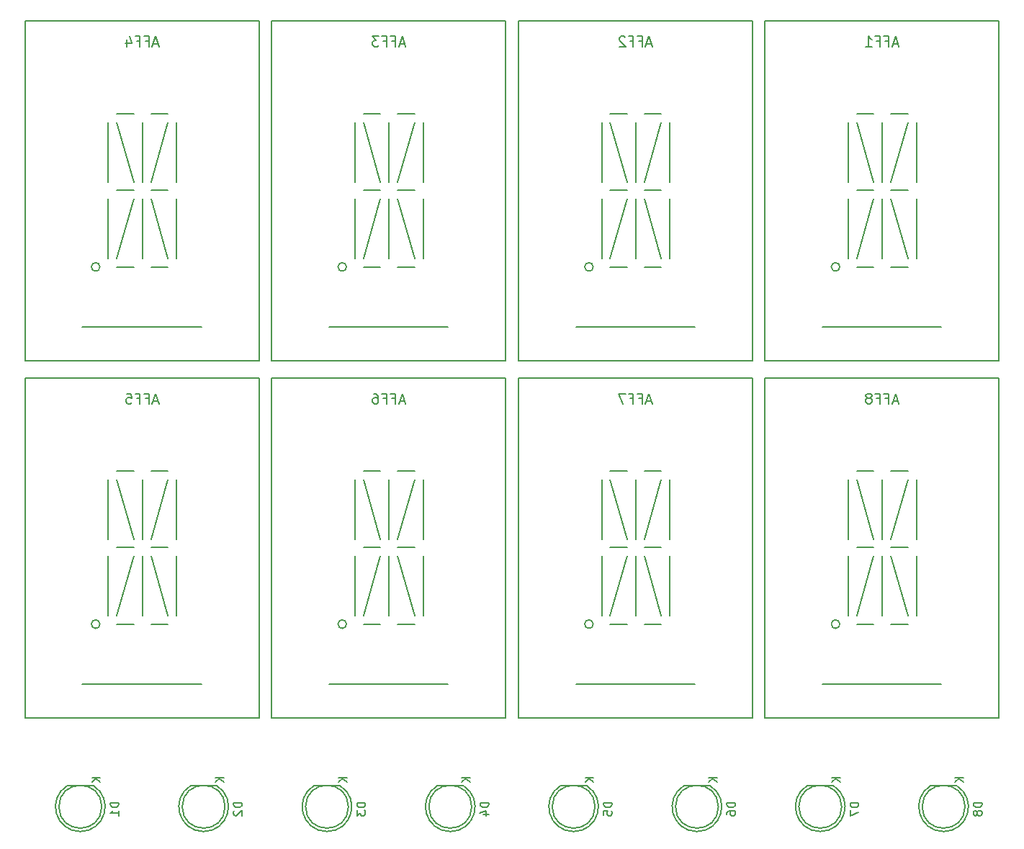
<source format=gbo>
G04 #@! TF.FileFunction,Legend,Bot*
%FSLAX46Y46*%
G04 Gerber Fmt 4.6, Leading zero omitted, Abs format (unit mm)*
G04 Created by KiCad (PCBNEW 4.0.2+dfsg1-stable) date So 19 Mär 2017 16:07:14 CET*
%MOMM*%
G01*
G04 APERTURE LIST*
%ADD10C,0.100000*%
%ADD11C,0.150000*%
G04 APERTURE END LIST*
D10*
D11*
X194500000Y-95000000D02*
X208500000Y-95000000D01*
X196550000Y-87950000D02*
G75*
G03X196550000Y-87950000I-500000J0D01*
G01*
X204550000Y-86950000D02*
X202550000Y-79950000D01*
X198550000Y-86950000D02*
X200550000Y-79950000D01*
X197550000Y-79950000D02*
X197550000Y-86950000D01*
X200550000Y-87950000D02*
X198550000Y-87950000D01*
X204550000Y-87950000D02*
X202550000Y-87950000D01*
X205550000Y-79950000D02*
X205550000Y-86950000D01*
X201550000Y-79950000D02*
X201550000Y-86950000D01*
X200550000Y-77950000D02*
X198550000Y-70950000D01*
X202550000Y-77950000D02*
X204550000Y-70950000D01*
X201550000Y-70950000D02*
X201550000Y-77950000D01*
X200550000Y-69950000D02*
X198550000Y-69950000D01*
X204550000Y-69950000D02*
X202550000Y-69950000D01*
X200550000Y-78950000D02*
X198550000Y-78950000D01*
X204550000Y-78950000D02*
X202550000Y-78950000D01*
X197550000Y-70950000D02*
X197550000Y-77950000D01*
X205550000Y-70950000D02*
X205550000Y-77950000D01*
X215250000Y-59000000D02*
X215250000Y-99000000D01*
X215250000Y-99000000D02*
X187750000Y-99000000D01*
X187750000Y-99000000D02*
X187750000Y-59000000D01*
X187750000Y-59000000D02*
X215250000Y-59000000D01*
X108774904Y-148934912D02*
G75*
G02X105750000Y-148919800I-1524904J-2484888D01*
G01*
X108750000Y-148919800D02*
X105750000Y-148919800D01*
X109767936Y-151419800D02*
G75*
G03X109767936Y-151419800I-2517936J0D01*
G01*
X123274903Y-148934912D02*
G75*
G02X120249999Y-148919800I-1524904J-2484888D01*
G01*
X123249999Y-148919800D02*
X120249999Y-148919800D01*
X124267935Y-151419800D02*
G75*
G03X124267935Y-151419800I-2517936J0D01*
G01*
X137774902Y-148934912D02*
G75*
G02X134749998Y-148919800I-1524904J-2484888D01*
G01*
X137749998Y-148919800D02*
X134749998Y-148919800D01*
X138767934Y-151419800D02*
G75*
G03X138767934Y-151419800I-2517936J0D01*
G01*
X152274901Y-148934912D02*
G75*
G02X149249997Y-148919800I-1524904J-2484888D01*
G01*
X152249997Y-148919800D02*
X149249997Y-148919800D01*
X153267933Y-151419800D02*
G75*
G03X153267933Y-151419800I-2517936J0D01*
G01*
X166774900Y-148934912D02*
G75*
G02X163749996Y-148919800I-1524904J-2484888D01*
G01*
X166749996Y-148919800D02*
X163749996Y-148919800D01*
X167767932Y-151419800D02*
G75*
G03X167767932Y-151419800I-2517936J0D01*
G01*
X181274899Y-148934912D02*
G75*
G02X178249995Y-148919800I-1524904J-2484888D01*
G01*
X181249995Y-148919800D02*
X178249995Y-148919800D01*
X182267931Y-151419800D02*
G75*
G03X182267931Y-151419800I-2517936J0D01*
G01*
X195774898Y-148934912D02*
G75*
G02X192749994Y-148919800I-1524904J-2484888D01*
G01*
X195749994Y-148919800D02*
X192749994Y-148919800D01*
X196767930Y-151419800D02*
G75*
G03X196767930Y-151419800I-2517936J0D01*
G01*
X210274897Y-148934912D02*
G75*
G02X207249993Y-148919800I-1524904J-2484888D01*
G01*
X210249993Y-148919800D02*
X207249993Y-148919800D01*
X211267929Y-151419800D02*
G75*
G03X211267929Y-151419800I-2517936J0D01*
G01*
X136500000Y-95000000D02*
X150500000Y-95000000D01*
X138550000Y-87950000D02*
G75*
G03X138550000Y-87950000I-500000J0D01*
G01*
X146550000Y-86950000D02*
X144550000Y-79950000D01*
X140550000Y-86950000D02*
X142550000Y-79950000D01*
X139550000Y-79950000D02*
X139550000Y-86950000D01*
X142550000Y-87950000D02*
X140550000Y-87950000D01*
X146550000Y-87950000D02*
X144550000Y-87950000D01*
X147550000Y-79950000D02*
X147550000Y-86950000D01*
X143550000Y-79950000D02*
X143550000Y-86950000D01*
X142550000Y-77950000D02*
X140550000Y-70950000D01*
X144550000Y-77950000D02*
X146550000Y-70950000D01*
X143550000Y-70950000D02*
X143550000Y-77950000D01*
X142550000Y-69950000D02*
X140550000Y-69950000D01*
X146550000Y-69950000D02*
X144550000Y-69950000D01*
X142550000Y-78950000D02*
X140550000Y-78950000D01*
X146550000Y-78950000D02*
X144550000Y-78950000D01*
X139550000Y-70950000D02*
X139550000Y-77950000D01*
X147550000Y-70950000D02*
X147550000Y-77950000D01*
X157250000Y-59000000D02*
X157250000Y-99000000D01*
X157250000Y-99000000D02*
X129750000Y-99000000D01*
X129750000Y-99000000D02*
X129750000Y-59000000D01*
X129750000Y-59000000D02*
X157250000Y-59000000D01*
X194500000Y-137000000D02*
X208500000Y-137000000D01*
X196550000Y-129950000D02*
G75*
G03X196550000Y-129950000I-500000J0D01*
G01*
X204550000Y-128950000D02*
X202550000Y-121950000D01*
X198550000Y-128950000D02*
X200550000Y-121950000D01*
X197550000Y-121950000D02*
X197550000Y-128950000D01*
X200550000Y-129950000D02*
X198550000Y-129950000D01*
X204550000Y-129950000D02*
X202550000Y-129950000D01*
X205550000Y-121950000D02*
X205550000Y-128950000D01*
X201550000Y-121950000D02*
X201550000Y-128950000D01*
X200550000Y-119950000D02*
X198550000Y-112950000D01*
X202550000Y-119950000D02*
X204550000Y-112950000D01*
X201550000Y-112950000D02*
X201550000Y-119950000D01*
X200550000Y-111950000D02*
X198550000Y-111950000D01*
X204550000Y-111950000D02*
X202550000Y-111950000D01*
X200550000Y-120950000D02*
X198550000Y-120950000D01*
X204550000Y-120950000D02*
X202550000Y-120950000D01*
X197550000Y-112950000D02*
X197550000Y-119950000D01*
X205550000Y-112950000D02*
X205550000Y-119950000D01*
X215250000Y-101000000D02*
X215250000Y-141000000D01*
X215250000Y-141000000D02*
X187750000Y-141000000D01*
X187750000Y-141000000D02*
X187750000Y-101000000D01*
X187750000Y-101000000D02*
X215250000Y-101000000D01*
X165500000Y-137000000D02*
X179500000Y-137000000D01*
X167550000Y-129950000D02*
G75*
G03X167550000Y-129950000I-500000J0D01*
G01*
X175550000Y-128950000D02*
X173550000Y-121950000D01*
X169550000Y-128950000D02*
X171550000Y-121950000D01*
X168550000Y-121950000D02*
X168550000Y-128950000D01*
X171550000Y-129950000D02*
X169550000Y-129950000D01*
X175550000Y-129950000D02*
X173550000Y-129950000D01*
X176550000Y-121950000D02*
X176550000Y-128950000D01*
X172550000Y-121950000D02*
X172550000Y-128950000D01*
X171550000Y-119950000D02*
X169550000Y-112950000D01*
X173550000Y-119950000D02*
X175550000Y-112950000D01*
X172550000Y-112950000D02*
X172550000Y-119950000D01*
X171550000Y-111950000D02*
X169550000Y-111950000D01*
X175550000Y-111950000D02*
X173550000Y-111950000D01*
X171550000Y-120950000D02*
X169550000Y-120950000D01*
X175550000Y-120950000D02*
X173550000Y-120950000D01*
X168550000Y-112950000D02*
X168550000Y-119950000D01*
X176550000Y-112950000D02*
X176550000Y-119950000D01*
X186250000Y-101000000D02*
X186250000Y-141000000D01*
X186250000Y-141000000D02*
X158750000Y-141000000D01*
X158750000Y-141000000D02*
X158750000Y-101000000D01*
X158750000Y-101000000D02*
X186250000Y-101000000D01*
X136500000Y-137000000D02*
X150500000Y-137000000D01*
X138550000Y-129950000D02*
G75*
G03X138550000Y-129950000I-500000J0D01*
G01*
X146550000Y-128950000D02*
X144550000Y-121950000D01*
X140550000Y-128950000D02*
X142550000Y-121950000D01*
X139550000Y-121950000D02*
X139550000Y-128950000D01*
X142550000Y-129950000D02*
X140550000Y-129950000D01*
X146550000Y-129950000D02*
X144550000Y-129950000D01*
X147550000Y-121950000D02*
X147550000Y-128950000D01*
X143550000Y-121950000D02*
X143550000Y-128950000D01*
X142550000Y-119950000D02*
X140550000Y-112950000D01*
X144550000Y-119950000D02*
X146550000Y-112950000D01*
X143550000Y-112950000D02*
X143550000Y-119950000D01*
X142550000Y-111950000D02*
X140550000Y-111950000D01*
X146550000Y-111950000D02*
X144550000Y-111950000D01*
X142550000Y-120950000D02*
X140550000Y-120950000D01*
X146550000Y-120950000D02*
X144550000Y-120950000D01*
X139550000Y-112950000D02*
X139550000Y-119950000D01*
X147550000Y-112950000D02*
X147550000Y-119950000D01*
X157250000Y-101000000D02*
X157250000Y-141000000D01*
X157250000Y-141000000D02*
X129750000Y-141000000D01*
X129750000Y-141000000D02*
X129750000Y-101000000D01*
X129750000Y-101000000D02*
X157250000Y-101000000D01*
X107500000Y-137000000D02*
X121500000Y-137000000D01*
X109550000Y-129950000D02*
G75*
G03X109550000Y-129950000I-500000J0D01*
G01*
X117550000Y-128950000D02*
X115550000Y-121950000D01*
X111550000Y-128950000D02*
X113550000Y-121950000D01*
X110550000Y-121950000D02*
X110550000Y-128950000D01*
X113550000Y-129950000D02*
X111550000Y-129950000D01*
X117550000Y-129950000D02*
X115550000Y-129950000D01*
X118550000Y-121950000D02*
X118550000Y-128950000D01*
X114550000Y-121950000D02*
X114550000Y-128950000D01*
X113550000Y-119950000D02*
X111550000Y-112950000D01*
X115550000Y-119950000D02*
X117550000Y-112950000D01*
X114550000Y-112950000D02*
X114550000Y-119950000D01*
X113550000Y-111950000D02*
X111550000Y-111950000D01*
X117550000Y-111950000D02*
X115550000Y-111950000D01*
X113550000Y-120950000D02*
X111550000Y-120950000D01*
X117550000Y-120950000D02*
X115550000Y-120950000D01*
X110550000Y-112950000D02*
X110550000Y-119950000D01*
X118550000Y-112950000D02*
X118550000Y-119950000D01*
X128250000Y-101000000D02*
X128250000Y-141000000D01*
X128250000Y-141000000D02*
X100750000Y-141000000D01*
X100750000Y-141000000D02*
X100750000Y-101000000D01*
X100750000Y-101000000D02*
X128250000Y-101000000D01*
X107500000Y-95000000D02*
X121500000Y-95000000D01*
X109550000Y-87950000D02*
G75*
G03X109550000Y-87950000I-500000J0D01*
G01*
X117550000Y-86950000D02*
X115550000Y-79950000D01*
X111550000Y-86950000D02*
X113550000Y-79950000D01*
X110550000Y-79950000D02*
X110550000Y-86950000D01*
X113550000Y-87950000D02*
X111550000Y-87950000D01*
X117550000Y-87950000D02*
X115550000Y-87950000D01*
X118550000Y-79950000D02*
X118550000Y-86950000D01*
X114550000Y-79950000D02*
X114550000Y-86950000D01*
X113550000Y-77950000D02*
X111550000Y-70950000D01*
X115550000Y-77950000D02*
X117550000Y-70950000D01*
X114550000Y-70950000D02*
X114550000Y-77950000D01*
X113550000Y-69950000D02*
X111550000Y-69950000D01*
X117550000Y-69950000D02*
X115550000Y-69950000D01*
X113550000Y-78950000D02*
X111550000Y-78950000D01*
X117550000Y-78950000D02*
X115550000Y-78950000D01*
X110550000Y-70950000D02*
X110550000Y-77950000D01*
X118550000Y-70950000D02*
X118550000Y-77950000D01*
X128250000Y-59000000D02*
X128250000Y-99000000D01*
X128250000Y-99000000D02*
X100750000Y-99000000D01*
X100750000Y-99000000D02*
X100750000Y-59000000D01*
X100750000Y-59000000D02*
X128250000Y-59000000D01*
X165500000Y-95000000D02*
X179500000Y-95000000D01*
X167550000Y-87950000D02*
G75*
G03X167550000Y-87950000I-500000J0D01*
G01*
X175550000Y-86950000D02*
X173550000Y-79950000D01*
X169550000Y-86950000D02*
X171550000Y-79950000D01*
X168550000Y-79950000D02*
X168550000Y-86950000D01*
X171550000Y-87950000D02*
X169550000Y-87950000D01*
X175550000Y-87950000D02*
X173550000Y-87950000D01*
X176550000Y-79950000D02*
X176550000Y-86950000D01*
X172550000Y-79950000D02*
X172550000Y-86950000D01*
X171550000Y-77950000D02*
X169550000Y-70950000D01*
X173550000Y-77950000D02*
X175550000Y-70950000D01*
X172550000Y-70950000D02*
X172550000Y-77950000D01*
X171550000Y-69950000D02*
X169550000Y-69950000D01*
X175550000Y-69950000D02*
X173550000Y-69950000D01*
X171550000Y-78950000D02*
X169550000Y-78950000D01*
X175550000Y-78950000D02*
X173550000Y-78950000D01*
X168550000Y-70950000D02*
X168550000Y-77950000D01*
X176550000Y-70950000D02*
X176550000Y-77950000D01*
X186250000Y-59000000D02*
X186250000Y-99000000D01*
X186250000Y-99000000D02*
X158750000Y-99000000D01*
X158750000Y-99000000D02*
X158750000Y-59000000D01*
X158750000Y-59000000D02*
X186250000Y-59000000D01*
X203385714Y-61700000D02*
X202814285Y-61700000D01*
X203499999Y-62042857D02*
X203099999Y-60842857D01*
X202699999Y-62042857D01*
X201900000Y-61414286D02*
X202300000Y-61414286D01*
X202300000Y-62042857D02*
X202300000Y-60842857D01*
X201728571Y-60842857D01*
X200871429Y-61414286D02*
X201271429Y-61414286D01*
X201271429Y-62042857D02*
X201271429Y-60842857D01*
X200700000Y-60842857D01*
X199614286Y-62042857D02*
X200300001Y-62042857D01*
X199957143Y-62042857D02*
X199957143Y-60842857D01*
X200071429Y-61014286D01*
X200185715Y-61128571D01*
X200300001Y-61185714D01*
X111766381Y-150935705D02*
X110766381Y-150935705D01*
X110766381Y-151173800D01*
X110814000Y-151316658D01*
X110909238Y-151411896D01*
X111004476Y-151459515D01*
X111194952Y-151507134D01*
X111337810Y-151507134D01*
X111528286Y-151459515D01*
X111623524Y-151411896D01*
X111718762Y-151316658D01*
X111766381Y-151173800D01*
X111766381Y-150935705D01*
X111766381Y-152459515D02*
X111766381Y-151888086D01*
X111766381Y-152173800D02*
X110766381Y-152173800D01*
X110909238Y-152078562D01*
X111004476Y-151983324D01*
X111052095Y-151888086D01*
X109607381Y-147982895D02*
X108607381Y-147982895D01*
X109607381Y-148554324D02*
X109035952Y-148125752D01*
X108607381Y-148554324D02*
X109178810Y-147982895D01*
X126266380Y-150935705D02*
X125266380Y-150935705D01*
X125266380Y-151173800D01*
X125313999Y-151316658D01*
X125409237Y-151411896D01*
X125504475Y-151459515D01*
X125694951Y-151507134D01*
X125837809Y-151507134D01*
X126028285Y-151459515D01*
X126123523Y-151411896D01*
X126218761Y-151316658D01*
X126266380Y-151173800D01*
X126266380Y-150935705D01*
X125361618Y-151888086D02*
X125313999Y-151935705D01*
X125266380Y-152030943D01*
X125266380Y-152269039D01*
X125313999Y-152364277D01*
X125361618Y-152411896D01*
X125456856Y-152459515D01*
X125552094Y-152459515D01*
X125694951Y-152411896D01*
X126266380Y-151840467D01*
X126266380Y-152459515D01*
X124107380Y-147982895D02*
X123107380Y-147982895D01*
X124107380Y-148554324D02*
X123535951Y-148125752D01*
X123107380Y-148554324D02*
X123678809Y-147982895D01*
X140766379Y-150935705D02*
X139766379Y-150935705D01*
X139766379Y-151173800D01*
X139813998Y-151316658D01*
X139909236Y-151411896D01*
X140004474Y-151459515D01*
X140194950Y-151507134D01*
X140337808Y-151507134D01*
X140528284Y-151459515D01*
X140623522Y-151411896D01*
X140718760Y-151316658D01*
X140766379Y-151173800D01*
X140766379Y-150935705D01*
X139766379Y-151840467D02*
X139766379Y-152459515D01*
X140147331Y-152126181D01*
X140147331Y-152269039D01*
X140194950Y-152364277D01*
X140242569Y-152411896D01*
X140337808Y-152459515D01*
X140575903Y-152459515D01*
X140671141Y-152411896D01*
X140718760Y-152364277D01*
X140766379Y-152269039D01*
X140766379Y-151983324D01*
X140718760Y-151888086D01*
X140671141Y-151840467D01*
X138607379Y-147982895D02*
X137607379Y-147982895D01*
X138607379Y-148554324D02*
X138035950Y-148125752D01*
X137607379Y-148554324D02*
X138178808Y-147982895D01*
X155266378Y-150935705D02*
X154266378Y-150935705D01*
X154266378Y-151173800D01*
X154313997Y-151316658D01*
X154409235Y-151411896D01*
X154504473Y-151459515D01*
X154694949Y-151507134D01*
X154837807Y-151507134D01*
X155028283Y-151459515D01*
X155123521Y-151411896D01*
X155218759Y-151316658D01*
X155266378Y-151173800D01*
X155266378Y-150935705D01*
X154599711Y-152364277D02*
X155266378Y-152364277D01*
X154218759Y-152126181D02*
X154933045Y-151888086D01*
X154933045Y-152507134D01*
X153107378Y-147982895D02*
X152107378Y-147982895D01*
X153107378Y-148554324D02*
X152535949Y-148125752D01*
X152107378Y-148554324D02*
X152678807Y-147982895D01*
X169766377Y-150935705D02*
X168766377Y-150935705D01*
X168766377Y-151173800D01*
X168813996Y-151316658D01*
X168909234Y-151411896D01*
X169004472Y-151459515D01*
X169194948Y-151507134D01*
X169337806Y-151507134D01*
X169528282Y-151459515D01*
X169623520Y-151411896D01*
X169718758Y-151316658D01*
X169766377Y-151173800D01*
X169766377Y-150935705D01*
X168766377Y-152411896D02*
X168766377Y-151935705D01*
X169242567Y-151888086D01*
X169194948Y-151935705D01*
X169147329Y-152030943D01*
X169147329Y-152269039D01*
X169194948Y-152364277D01*
X169242567Y-152411896D01*
X169337806Y-152459515D01*
X169575901Y-152459515D01*
X169671139Y-152411896D01*
X169718758Y-152364277D01*
X169766377Y-152269039D01*
X169766377Y-152030943D01*
X169718758Y-151935705D01*
X169671139Y-151888086D01*
X167607377Y-147982895D02*
X166607377Y-147982895D01*
X167607377Y-148554324D02*
X167035948Y-148125752D01*
X166607377Y-148554324D02*
X167178806Y-147982895D01*
X184266376Y-150935705D02*
X183266376Y-150935705D01*
X183266376Y-151173800D01*
X183313995Y-151316658D01*
X183409233Y-151411896D01*
X183504471Y-151459515D01*
X183694947Y-151507134D01*
X183837805Y-151507134D01*
X184028281Y-151459515D01*
X184123519Y-151411896D01*
X184218757Y-151316658D01*
X184266376Y-151173800D01*
X184266376Y-150935705D01*
X183266376Y-152364277D02*
X183266376Y-152173800D01*
X183313995Y-152078562D01*
X183361614Y-152030943D01*
X183504471Y-151935705D01*
X183694947Y-151888086D01*
X184075900Y-151888086D01*
X184171138Y-151935705D01*
X184218757Y-151983324D01*
X184266376Y-152078562D01*
X184266376Y-152269039D01*
X184218757Y-152364277D01*
X184171138Y-152411896D01*
X184075900Y-152459515D01*
X183837805Y-152459515D01*
X183742566Y-152411896D01*
X183694947Y-152364277D01*
X183647328Y-152269039D01*
X183647328Y-152078562D01*
X183694947Y-151983324D01*
X183742566Y-151935705D01*
X183837805Y-151888086D01*
X182107376Y-147982895D02*
X181107376Y-147982895D01*
X182107376Y-148554324D02*
X181535947Y-148125752D01*
X181107376Y-148554324D02*
X181678805Y-147982895D01*
X198766375Y-150935705D02*
X197766375Y-150935705D01*
X197766375Y-151173800D01*
X197813994Y-151316658D01*
X197909232Y-151411896D01*
X198004470Y-151459515D01*
X198194946Y-151507134D01*
X198337804Y-151507134D01*
X198528280Y-151459515D01*
X198623518Y-151411896D01*
X198718756Y-151316658D01*
X198766375Y-151173800D01*
X198766375Y-150935705D01*
X197766375Y-151840467D02*
X197766375Y-152507134D01*
X198766375Y-152078562D01*
X196607375Y-147982895D02*
X195607375Y-147982895D01*
X196607375Y-148554324D02*
X196035946Y-148125752D01*
X195607375Y-148554324D02*
X196178804Y-147982895D01*
X213266374Y-150935705D02*
X212266374Y-150935705D01*
X212266374Y-151173800D01*
X212313993Y-151316658D01*
X212409231Y-151411896D01*
X212504469Y-151459515D01*
X212694945Y-151507134D01*
X212837803Y-151507134D01*
X213028279Y-151459515D01*
X213123517Y-151411896D01*
X213218755Y-151316658D01*
X213266374Y-151173800D01*
X213266374Y-150935705D01*
X212694945Y-152078562D02*
X212647326Y-151983324D01*
X212599707Y-151935705D01*
X212504469Y-151888086D01*
X212456850Y-151888086D01*
X212361612Y-151935705D01*
X212313993Y-151983324D01*
X212266374Y-152078562D01*
X212266374Y-152269039D01*
X212313993Y-152364277D01*
X212361612Y-152411896D01*
X212456850Y-152459515D01*
X212504469Y-152459515D01*
X212599707Y-152411896D01*
X212647326Y-152364277D01*
X212694945Y-152269039D01*
X212694945Y-152078562D01*
X212742564Y-151983324D01*
X212790183Y-151935705D01*
X212885422Y-151888086D01*
X213075898Y-151888086D01*
X213171136Y-151935705D01*
X213218755Y-151983324D01*
X213266374Y-152078562D01*
X213266374Y-152269039D01*
X213218755Y-152364277D01*
X213171136Y-152411896D01*
X213075898Y-152459515D01*
X212885422Y-152459515D01*
X212790183Y-152411896D01*
X212742564Y-152364277D01*
X212694945Y-152269039D01*
X211107374Y-147982895D02*
X210107374Y-147982895D01*
X211107374Y-148554324D02*
X210535945Y-148125752D01*
X210107374Y-148554324D02*
X210678803Y-147982895D01*
X145385714Y-61700000D02*
X144814285Y-61700000D01*
X145499999Y-62042857D02*
X145099999Y-60842857D01*
X144699999Y-62042857D01*
X143900000Y-61414286D02*
X144300000Y-61414286D01*
X144300000Y-62042857D02*
X144300000Y-60842857D01*
X143728571Y-60842857D01*
X142871429Y-61414286D02*
X143271429Y-61414286D01*
X143271429Y-62042857D02*
X143271429Y-60842857D01*
X142700000Y-60842857D01*
X142357143Y-60842857D02*
X141614286Y-60842857D01*
X142014286Y-61300000D01*
X141842858Y-61300000D01*
X141728572Y-61357143D01*
X141671429Y-61414286D01*
X141614286Y-61528571D01*
X141614286Y-61814286D01*
X141671429Y-61928571D01*
X141728572Y-61985714D01*
X141842858Y-62042857D01*
X142185715Y-62042857D01*
X142300001Y-61985714D01*
X142357143Y-61928571D01*
X203385714Y-103700000D02*
X202814285Y-103700000D01*
X203499999Y-104042857D02*
X203099999Y-102842857D01*
X202699999Y-104042857D01*
X201900000Y-103414286D02*
X202300000Y-103414286D01*
X202300000Y-104042857D02*
X202300000Y-102842857D01*
X201728571Y-102842857D01*
X200871429Y-103414286D02*
X201271429Y-103414286D01*
X201271429Y-104042857D02*
X201271429Y-102842857D01*
X200700000Y-102842857D01*
X200071429Y-103357143D02*
X200185715Y-103300000D01*
X200242858Y-103242857D01*
X200300001Y-103128571D01*
X200300001Y-103071429D01*
X200242858Y-102957143D01*
X200185715Y-102900000D01*
X200071429Y-102842857D01*
X199842858Y-102842857D01*
X199728572Y-102900000D01*
X199671429Y-102957143D01*
X199614286Y-103071429D01*
X199614286Y-103128571D01*
X199671429Y-103242857D01*
X199728572Y-103300000D01*
X199842858Y-103357143D01*
X200071429Y-103357143D01*
X200185715Y-103414286D01*
X200242858Y-103471429D01*
X200300001Y-103585714D01*
X200300001Y-103814286D01*
X200242858Y-103928571D01*
X200185715Y-103985714D01*
X200071429Y-104042857D01*
X199842858Y-104042857D01*
X199728572Y-103985714D01*
X199671429Y-103928571D01*
X199614286Y-103814286D01*
X199614286Y-103585714D01*
X199671429Y-103471429D01*
X199728572Y-103414286D01*
X199842858Y-103357143D01*
X174385714Y-103700000D02*
X173814285Y-103700000D01*
X174499999Y-104042857D02*
X174099999Y-102842857D01*
X173699999Y-104042857D01*
X172900000Y-103414286D02*
X173300000Y-103414286D01*
X173300000Y-104042857D02*
X173300000Y-102842857D01*
X172728571Y-102842857D01*
X171871429Y-103414286D02*
X172271429Y-103414286D01*
X172271429Y-104042857D02*
X172271429Y-102842857D01*
X171700000Y-102842857D01*
X171357143Y-102842857D02*
X170557143Y-102842857D01*
X171071429Y-104042857D01*
X145385714Y-103700000D02*
X144814285Y-103700000D01*
X145499999Y-104042857D02*
X145099999Y-102842857D01*
X144699999Y-104042857D01*
X143900000Y-103414286D02*
X144300000Y-103414286D01*
X144300000Y-104042857D02*
X144300000Y-102842857D01*
X143728571Y-102842857D01*
X142871429Y-103414286D02*
X143271429Y-103414286D01*
X143271429Y-104042857D02*
X143271429Y-102842857D01*
X142700000Y-102842857D01*
X141728572Y-102842857D02*
X141957143Y-102842857D01*
X142071429Y-102900000D01*
X142128572Y-102957143D01*
X142242858Y-103128571D01*
X142300001Y-103357143D01*
X142300001Y-103814286D01*
X142242858Y-103928571D01*
X142185715Y-103985714D01*
X142071429Y-104042857D01*
X141842858Y-104042857D01*
X141728572Y-103985714D01*
X141671429Y-103928571D01*
X141614286Y-103814286D01*
X141614286Y-103528571D01*
X141671429Y-103414286D01*
X141728572Y-103357143D01*
X141842858Y-103300000D01*
X142071429Y-103300000D01*
X142185715Y-103357143D01*
X142242858Y-103414286D01*
X142300001Y-103528571D01*
X116385714Y-103700000D02*
X115814285Y-103700000D01*
X116499999Y-104042857D02*
X116099999Y-102842857D01*
X115699999Y-104042857D01*
X114900000Y-103414286D02*
X115300000Y-103414286D01*
X115300000Y-104042857D02*
X115300000Y-102842857D01*
X114728571Y-102842857D01*
X113871429Y-103414286D02*
X114271429Y-103414286D01*
X114271429Y-104042857D02*
X114271429Y-102842857D01*
X113700000Y-102842857D01*
X112671429Y-102842857D02*
X113242858Y-102842857D01*
X113300001Y-103414286D01*
X113242858Y-103357143D01*
X113128572Y-103300000D01*
X112842858Y-103300000D01*
X112728572Y-103357143D01*
X112671429Y-103414286D01*
X112614286Y-103528571D01*
X112614286Y-103814286D01*
X112671429Y-103928571D01*
X112728572Y-103985714D01*
X112842858Y-104042857D01*
X113128572Y-104042857D01*
X113242858Y-103985714D01*
X113300001Y-103928571D01*
X116385714Y-61700000D02*
X115814285Y-61700000D01*
X116499999Y-62042857D02*
X116099999Y-60842857D01*
X115699999Y-62042857D01*
X114900000Y-61414286D02*
X115300000Y-61414286D01*
X115300000Y-62042857D02*
X115300000Y-60842857D01*
X114728571Y-60842857D01*
X113871429Y-61414286D02*
X114271429Y-61414286D01*
X114271429Y-62042857D02*
X114271429Y-60842857D01*
X113700000Y-60842857D01*
X112728572Y-61242857D02*
X112728572Y-62042857D01*
X113014286Y-60785714D02*
X113300001Y-61642857D01*
X112557143Y-61642857D01*
X174385714Y-61700000D02*
X173814285Y-61700000D01*
X174499999Y-62042857D02*
X174099999Y-60842857D01*
X173699999Y-62042857D01*
X172900000Y-61414286D02*
X173300000Y-61414286D01*
X173300000Y-62042857D02*
X173300000Y-60842857D01*
X172728571Y-60842857D01*
X171871429Y-61414286D02*
X172271429Y-61414286D01*
X172271429Y-62042857D02*
X172271429Y-60842857D01*
X171700000Y-60842857D01*
X171300001Y-60957143D02*
X171242858Y-60900000D01*
X171128572Y-60842857D01*
X170842858Y-60842857D01*
X170728572Y-60900000D01*
X170671429Y-60957143D01*
X170614286Y-61071429D01*
X170614286Y-61185714D01*
X170671429Y-61357143D01*
X171357143Y-62042857D01*
X170614286Y-62042857D01*
M02*

</source>
